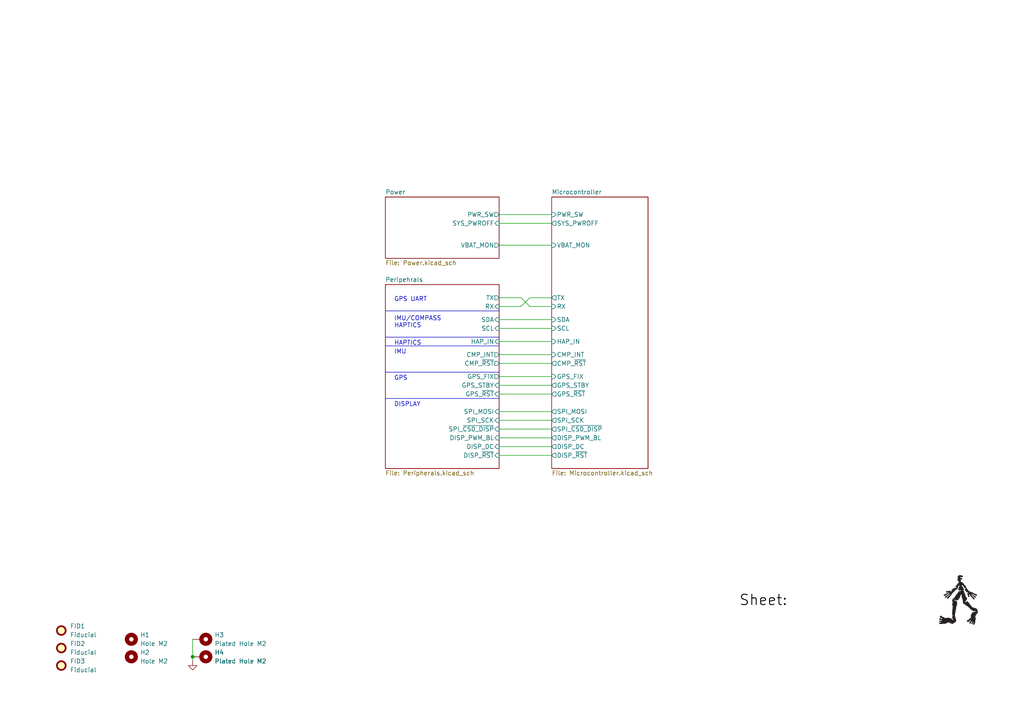
<source format=kicad_sch>
(kicad_sch (version 20250114) (generator "eeschema") (generator_version "9.0")
  (paper "A4")
  (title_block (title "${TITLE}") (date "2025-04-06") (rev "${REVISION}") (company "${COMPANY}") (comment 1 "${LICENSE}") (comment 2 "${COPYRIGHT}"))
  (lib_symbols
    (symbol "Mechanical:Fiducial" (exclude_from_sim yes) (in_bom no)
      (property "Reference" "FID" (at 0 5.08 0))
      (property "Value" "Fiducial" (at 0 3.175 0))
      (symbol "Fiducial_0_1"
        (circle (center 0 0) (radius 1.27) (stroke (width 0.508)) (fill (type background)))
      )
    )
    (symbol "Mechanical:MountingHole" (pin_names (offset 1.016)) (exclude_from_sim yes) (in_bom no)
      (property "Reference" "H" (at 0 5.08 0))
      (property "Value" "MountingHole" (at 0 3.175 0))
      (symbol "MountingHole_0_1"
        (circle (center 0 0) (radius 1.27) (stroke (width 1.27)))
      )
    )
    (symbol "Mechanical:MountingHole_Pad" (pin_numbers (hide yes)) (pin_names (offset 1.016) (hide yes)) (exclude_from_sim yes) (in_bom no)
      (property "Reference" "H" (at 0 6.35 0))
      (property "Value" "MountingHole_Pad" (at 0 4.445 0))
      (symbol "MountingHole_Pad_0_1"
        (circle (center 0 1.27) (radius 1.27) (stroke (width 1.27)))
      )
      (symbol "MountingHole_Pad_1_1"
        (pin input line (at 0 -2.54 90) (length 2.54) (name "1") (number "1"))
      )
    )
    (symbol "power:GND" (power) (pin_numbers (hide yes)) (pin_names (offset 0) (hide yes))
      (property "Value" "GND" (at 0 -3.81 0))
      (symbol "GND_0_1"
        (polyline (pts (xy 0 0) (xy 0 -1.27) (xy 1.27 -1.27) (xy 0 -2.54) (xy -1.27 -1.27) (xy 0 -1.27)))
      )
      (symbol "GND_1_1"
        (pin power_in line (at 0 0 270) (length 0) (name "~") (number "1"))
      )
    )
  )
  (text "HAPTICS" (at 114.3 100.33 0) (effects (font (size 1.27 1.27)) (justify left bottom)))
  (text "GPS UART" (at 114.3 87.63 0) (effects (font (size 1.27 1.27)) (justify left bottom)))
  (text "IMU" (at 114.3 102.87 0) (effects (font (size 1.27 1.27)) (justify left bottom)))
  (text "DISPLAY" (at 114.3 118.11 0) (effects (font (size 1.27 1.27)) (justify left bottom)))
  (text "IMU/COMPASS\nHAPTICS" (at 114.3 95.25 0) (effects (font (size 1.27 1.27)) (justify left bottom)))
  (text "GPS" (at 114.3 110.49 0) (effects (font (size 1.27 1.27)) (justify left bottom)))
  (text_box "Sheet: ${SHEETNAME}" (at 213.36 167.64 0) (size 71.12 12.7) (margins 0.9525 0.9525 0.9525 0.9525) (stroke (width -0.0001)) (effects (font (size 3 3) (thickness 0.254) (bold yes)) (justify left)))
  (junction (at 55.88 190.5))
  (wire (pts (xy 144.78 95.25) (xy 160.02 95.25)))
  (polyline (pts (xy 111.76 97.79) (xy 144.78 97.79)))
  (wire (pts (xy 144.78 111.76) (xy 160.02 111.76)))
  (wire (pts (xy 144.78 102.87) (xy 160.02 102.87)))
  (wire (pts (xy 144.78 129.54) (xy 160.02 129.54)))
  (wire (pts (xy 160.02 88.9) (xy 153.67 88.9)))
  (wire (pts (xy 153.67 88.9) (xy 151.13 86.36)))
  (wire (pts (xy 153.67 86.36) (xy 160.02 86.36)))
  (polyline (pts (xy 111.76 115.57) (xy 144.78 115.57)))
  (wire (pts (xy 144.78 99.06) (xy 160.02 99.06)))
  (wire (pts (xy 151.13 88.9) (xy 153.67 86.36)))
  (wire (pts (xy 55.88 190.5) (xy 55.88 191.77)))
  (wire (pts (xy 144.78 109.22) (xy 160.02 109.22)))
  (polyline (pts (xy 111.76 90.17) (xy 144.78 90.17)))
  (wire (pts (xy 144.78 71.12) (xy 160.02 71.12)))
  (polyline (pts (xy 111.76 107.95) (xy 144.78 107.95)))
  (wire (pts (xy 144.78 132.08) (xy 160.02 132.08)))
  (polyline (pts (xy 111.76 100.33) (xy 144.78 100.33)))
  (wire (pts (xy 144.78 119.38) (xy 160.02 119.38)))
  (wire (pts (xy 144.78 86.36) (xy 151.13 86.36)))
  (wire (pts (xy 144.78 121.92) (xy 160.02 121.92)))
  (wire (pts (xy 144.78 88.9) (xy 151.13 88.9)))
  (wire (pts (xy 144.78 92.71) (xy 160.02 92.71)))
  (wire (pts (xy 55.88 185.42) (xy 55.88 190.5)))
  (wire (pts (xy 144.78 124.46) (xy 160.02 124.46)))
  (wire (pts (xy 144.78 62.23) (xy 160.02 62.23)))
  (wire (pts (xy 144.78 105.41) (xy 160.02 105.41)))
  (wire (pts (xy 144.78 64.77) (xy 160.02 64.77)))
  (wire (pts (xy 144.78 114.3) (xy 160.02 114.3)))
  (wire (pts (xy 144.78 127) (xy 160.02 127)))
  (image (at 278 174) (scale 0.2))
  (symbol (lib_id "Mechanical:MountingHole") (at 38.1 185.42 0) (unit 1) (in_bom no)
    (property "Reference" "H1" (at 40.64 184.1499 0) (effects (justify left)))
    (property "Value" "Hole M2" (at 40.64 186.6899 0) (effects (justify left)))
    (property "Footprint" "MountingHole:MountingHole_2.2mm_M2" (effects (hide yes)))
    (property "Description" "Mounting Hole without connection" (effects (hide yes)))
  )
  (symbol (lib_id "Mechanical:MountingHole_Pad") (at 58.42 190.5 270) (unit 1) (in_bom no)
    (property "Reference" "H4" (at 62.23 189.23 90) (effects (justify left)))
    (property "Value" "Plated Hole M2" (at 62.23 191.77 90) (effects (justify left)))
    (property "Footprint" "MountingHole:MountingHole_2.2mm_M2_Pad" (effects (hide yes)))
    (property "Description" "Mounting Hole with connection" (effects (hide yes)))
  )
  (symbol (lib_id "Mechanical:MountingHole") (at 38.1 190.5 0) (unit 1) (in_bom no)
    (property "Reference" "H2" (at 40.64 189.2299 0) (effects (justify left)))
    (property "Value" "Hole M2" (at 40.64 191.7699 0) (effects (justify left)))
    (property "Footprint" "MountingHole:MountingHole_2.2mm_M2" (effects (hide yes)))
    (property "Description" "Mounting Hole without connection" (effects (hide yes)))
  )
  (symbol (lib_id "Mechanical:Fiducial") (at 17.78 182.88 0) (unit 1) (in_bom no)
    (property "Reference" "FID1" (at 20.32 181.6099 0) (effects (justify left)))
    (property "Value" "Fiducial" (at 20.32 184.1499 0) (effects (justify left)))
    (property "Footprint" "Fiducial:Fiducial_1mm_Mask2mm" (effects (hide yes)))
    (property "Description" "Fiducial Marker" (effects (hide yes)))
  )
  (symbol (lib_id "Mechanical:Fiducial") (at 17.78 187.96 0) (unit 1) (in_bom no)
    (property "Reference" "FID2" (at 20.32 186.6899 0) (effects (justify left)))
    (property "Value" "Fiducial" (at 20.32 189.2299 0) (effects (justify left)))
    (property "Footprint" "Fiducial:Fiducial_1mm_Mask2mm" (effects (hide yes)))
    (property "Description" "Fiducial Marker" (effects (hide yes)))
  )
  (symbol (lib_id "power:GND") (at 55.88 191.77 0) (unit 1)
    (property "Reference" "#PWR074" (effects (hide yes)))
    (property "Value" "GND" (effects (hide yes)))
    (property "Description" "Power symbol creates a global label with name \"GND\" , ground" (effects (hide yes)))
  )
  (symbol (lib_id "Mechanical:MountingHole_Pad") (at 58.42 185.42 270) (unit 1) (in_bom no)
    (property "Reference" "H3" (at 62.23 184.15 90) (effects (justify left)))
    (property "Value" "Plated Hole M2" (at 62.23 186.69 90) (effects (justify left)))
    (property "Footprint" "MountingHole:MountingHole_2.2mm_M2_Pad" (effects (hide yes)))
    (property "Description" "Mounting Hole with connection" (effects (hide yes)))
  )
  (symbol (lib_id "Mechanical:Fiducial") (at 17.78 193.04 0) (unit 1) (in_bom no)
    (property "Reference" "FID3" (at 20.32 191.7699 0) (effects (justify left)))
    (property "Value" "Fiducial" (at 20.32 194.3099 0) (effects (justify left)))
    (property "Footprint" "Fiducial:Fiducial_1mm_Mask2mm" (effects (hide yes)))
    (property "Description" "Fiducial Marker" (effects (hide yes)))
  )
  (sheet (at 111.76 57.15) (size 33.02 17.78) (stroke (width 0.1524))
    (property "Sheetname" "Power" (at 111.76 56.4384 0) (effects (justify left bottom)))
    (property "Sheetfile" "Power.kicad_sch" (at 111.76 75.5146 0) (effects (justify left top)))
    (pin "PWR_SW" output (at 144.78 62.23 0))
    (pin "SYS_PWROFF" input (at 144.78 64.77 0))
    (pin "VBAT_MON" output (at 144.78 71.12 0))
  )
  (sheet (at 111.76 82.55) (size 33.02 53.34) (stroke (width 0.1524))
    (property "Sheetname" "Peripehrals" (at 111.76 81.8384 0) (effects (justify left bottom)))
    (property "Sheetfile" "Peripherals.kicad_sch" (at 111.76 136.4746 0) (effects (justify left top)))
    (pin "RX" input (at 144.78 88.9 0))
    (pin "TX" output (at 144.78 86.36 0))
    (pin "HAP_IN" input (at 144.78 99.06 0))
    (pin "SDA" input (at 144.78 92.71 0))
    (pin "SCL" input (at 144.78 95.25 0))
    (pin "CMP_INT" output (at 144.78 102.87 0))
    (pin "GPS_FIX" output (at 144.78 109.22 0))
    (pin "GPS_STBY" input (at 144.78 111.76 0))
    (pin "CMP_~{RST}" output (at 144.78 105.41 0))
    (pin "GPS_~{RST}" input (at 144.78 114.3 0))
    (pin "SPI_MOSI" input (at 144.78 119.38 0))
    (pin "DISP_DC" input (at 144.78 129.54 0))
    (pin "SPI_SCK" input (at 144.78 121.92 0))
    (pin "DISP_PWM_BL" input (at 144.78 127 0))
    (pin "SPI_~{CS0_DISP}" input (at 144.78 124.46 0))
    (pin "DISP_~{RST}" input (at 144.78 132.08 0))
  )
  (sheet (at 160.02 57.15) (size 27.94 78.74) (stroke (width 0.1524))
    (property "Sheetname" "Microcontroller" (at 160.02 56.4384 0) (effects (justify left bottom)))
    (property "Sheetfile" "Microcontroller.kicad_sch" (at 160.02 136.4746 0) (effects (justify left top)))
    (pin "PWR_SW" input (at 160.02 62.23 180))
    (pin "VBAT_MON" input (at 160.02 71.12 180))
    (pin "SYS_PWROFF" output (at 160.02 64.77 180))
    (pin "RX" input (at 160.02 88.9 180))
    (pin "TX" output (at 160.02 86.36 180))
    (pin "SDA" input (at 160.02 92.71 180))
    (pin "SCL" input (at 160.02 95.25 180))
    (pin "HAP_IN" input (at 160.02 99.06 180))
    (pin "CMP_INT" input (at 160.02 102.87 180))
    (pin "GPS_STBY" output (at 160.02 111.76 180))
    (pin "GPS_~{RST}" output (at 160.02 114.3 180))
    (pin "GPS_FIX" input (at 160.02 109.22 180))
    (pin "CMP_~{RST}" output (at 160.02 105.41 180))
    (pin "DISP_PWM_BL" output (at 160.02 127 180))
    (pin "DISP_DC" output (at 160.02 129.54 180))
    (pin "SPI_MOSI" output (at 160.02 119.38 180))
    (pin "SPI_~{CS0_DISP}" output (at 160.02 124.46 180))
    (pin "SPI_SCK" output (at 160.02 121.92 180))
    (pin "DISP_~{RST}" output (at 160.02 132.08 180))
  )
)
</source>
